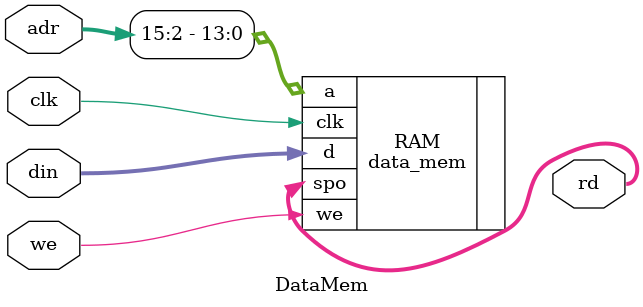
<source format=v>
module DataMem (
           input    wire        clk,
           input    wire        we,
           input    wire[31: 0] adr,
           input    wire[31: 0] din,
           output   wire[31: 0] rd
       );

/***************************************************************
                        设备连接
****************************************************************/

data_mem RAM (
             .clk     (clk),
             .we      (we),
`ifdef DEBUG
             .a(adr[17: 2]),
`else
             .a(adr[15: 2]),
`endif
             .d       (din),
             .spo     (rd)
         );

endmodule

</source>
